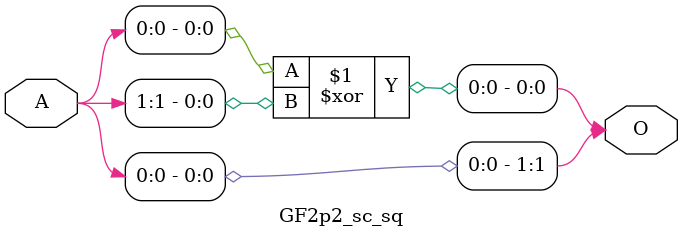
<source format=v>
`timescale 1ns / 1ps

//checked 1
module GF2p2_sc_sq(O,A);//replaced by
input [1:0]A;  //input 2 bits
output [1:0]O; //op 2 bits

//orginal starts here
//assign O[0]=A[1];
//assign O[1]=A[1] ^ A[0];
//orginal ends here
assign O[1]=A[0];
assign O[0]=A[0]^A[1];
//attempt code

//attempt code end
endmodule

</source>
